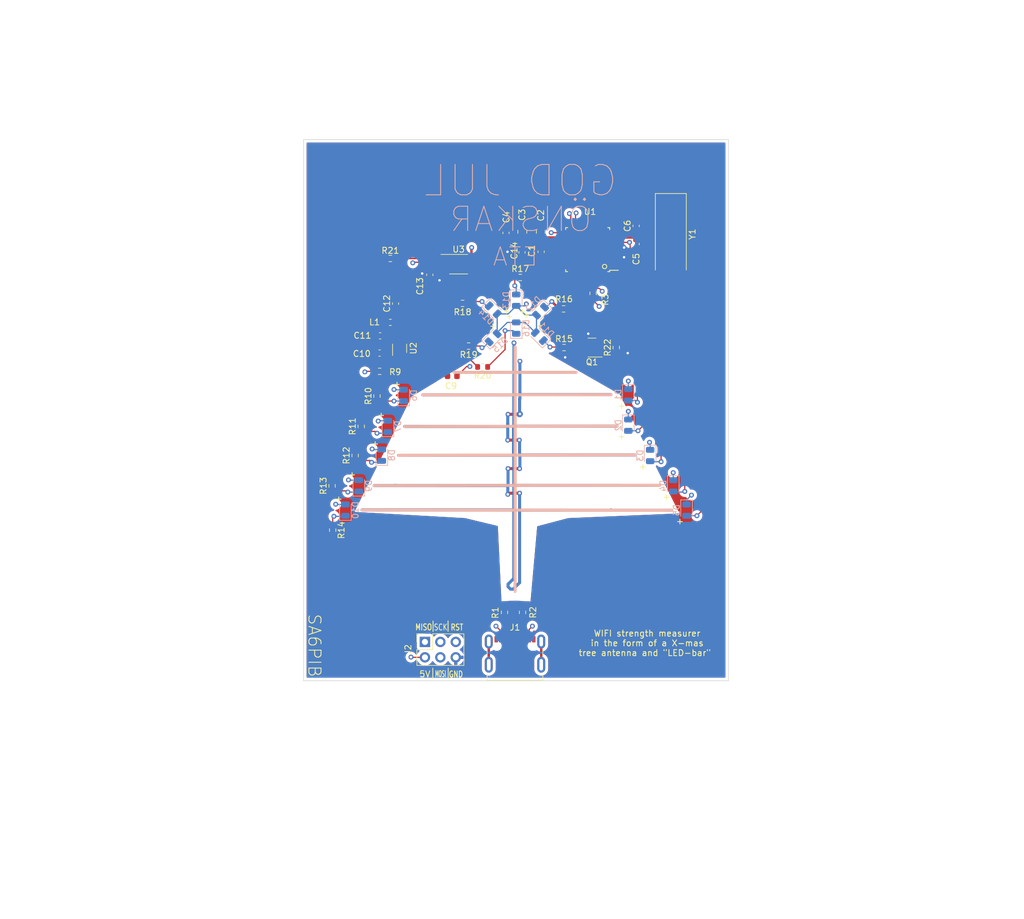
<source format=kicad_pcb>
(kicad_pcb (version 20211014) (generator pcbnew)
  (layers (0 "F.Cu" signal) (1 "In1.Cu" signal) (2 "In2.Cu" signal) (31 "B.Cu" signal) (34 "B.Paste" user) (35 "F.Paste" user) (36 "B.SilkS" user "B.Silkscreen") (37 "F.SilkS" user "F.Silkscreen") (38 "B.Mask" user) (39 "F.Mask" user) (44 "Edge.Cuts" user))
  (net 0 "")
  (net 1 "Net-(C1-Pad2)")
  (net 2 "+5V")
  (net 3 "Net-(C2-Pad2)")
  (net 4 "XTAL1")
  (net 5 "XTAL2")
  (net 6 "Net-(C9-Pad2)")
  (net 7 "Net-(D10-Pad1)")
  (net 8 "Net-(D10-Pad2)")
  (net 9 "Net-(C10-Pad1)")
  (net 10 "Net-(C12-Pad1)")
  (net 11 "Net-(C12-Pad2)")
  (net 12 "Net-(C13-Pad1)")
  (net 13 "D4")
  (net 14 "Net-(D2-Pad1)")
  (net 15 "D3")
  (net 16 "Net-(D3-Pad1)")
  (net 17 "D2")
  (net 18 "D1")
  (net 19 "D0")
  (net 20 "Net-(D6-Pad1)")
  (net 21 "Net-(D7-Pad1)")
  (net 22 "Net-(D8-Pad1)")
  (net 23 "Net-(D9-Pad1)")
  (net 24 "Net-(D11-Pad1)")
  (net 25 "Net-(D12-Pad1)")
  (net 26 "Net-(D13-Pad1)")
  (net 27 "Net-(D14-Pad1)")
  (net 28 "Net-(D15-Pad1)")
  (net 29 "Net-(D16-Pad1)")
  (net 30 "Net-(J1-PadA5)")
  (net 34 "Net-(J1-PadB5)")
  (net 38 "unconnected-(J1-PadS1)")
  (net 39 "MISO1")
  (net 40 "SCK1")
  (net 41 "MOSI1")
  (net 42 "RESET")
  (net 43 "D5")
  (net 51 "AnalogOutput")
  (net 52 "B1")
  (net 53 "C2")
  (net 54 "C3")
  (net 55 "C4")
  (net 56 "C5")
  (net 58 "Net-(D1-Pad1)")
  (net 59 "Net-(D4-Pad1)")
  (net 60 "Net-(Q1-Pad3)")
  (net 61 "GND")
  (footprint "Resistor_SMD:R_0603_1608Metric" (layer "F.Cu") (at 154.1 88.675 90)
    (fp_text reference "R10")
    (fp_text value "500")
  )
  (footprint "Resistor_SMD:R_0603_1608Metric" (layer "F.Cu") (at 146.7 103.475 90)
    (fp_text reference "R13")
    (fp_text value "500")
  )
  (footprint "Resistor_SMD:R_0603_1608Metric" (layer "F.Cu") (at 178.0756 124.33 90)
    (fp_text reference "R2")
    (fp_text value "5,1k")
  )
  (footprint "Package_TO_SOT_SMD:SOT-363_SC-70-6" (layer "F.Cu") (at 157.8306 80.7995 90)
    (fp_text reference "U2")
    (fp_text value "AVT-51663_PIB")
  )
  (footprint "Resistor_SMD:R_0603_1608Metric" (layer "F.Cu") (at 146.8 110.775 -90)
    (fp_text reference "R14")
    (fp_text value "500")
  )
  (footprint "Capacitor_SMD:C_0603_1608Metric" (layer "F.Cu") (at 175.3472 61.7866 90)
    (fp_text reference "C4")
    (fp_text value "0,1 uF")
  )
  (footprint "Resistor_SMD:R_0603_1608Metric" (layer "F.Cu") (at 171.5 83.875 180)
    (fp_text reference "R20")
    (fp_text value "500")
  )
  (footprint "Capacitor_SMD:C_0603_1608Metric" (layer "F.Cu") (at 181.1384 64.8984 90)
    (fp_text reference "C1")
    (fp_text value "0,1 uF")
  )
  (footprint "Capacitor_SMD:C_0603_1608Metric" (layer "F.Cu") (at 196.7848 60.6312 90)
    (fp_text reference "C6")
    (fp_text value "22p")
  )
  (footprint "Package_TO_SOT_SMD:SOT-23" (layer "F.Cu") (at 189.515 80.685 180)
    (fp_text reference "Q1")
    (fp_text value "IRLML2803TR")
  )
  (footprint "Capacitor_SMD:C_0805_2012Metric" (layer "F.Cu") (at 178.0396 61.5964 90)
    (fp_text reference "C3")
    (fp_text value "4,7 uF")
  )
  (footprint "Resistor_SMD:R_0603_1608Metric" (layer "F.Cu") (at 151.5 93.675 90)
    (fp_text reference "R11")
    (fp_text value "500")
  )
  (footprint "Capacitor_SMD:C_0603_1608Metric" (layer "F.Cu") (at 166.5 85.4 180)
    (fp_text reference "C9")
    (fp_text value "1 nF")
  )
  (footprint "Resistor_SMD:R_0603_1608Metric" (layer "F.Cu") (at 175.1064 124.3314 90)
    (fp_text reference "R1")
    (fp_text value "5,1k")
  )
  (footprint "Connector_USB:USB_C_Receptacle_JAE_DX07S016JA1R1500" (layer "F.Cu") (at 176.8336 131.8112)
    (fp_text reference "J1")
    (fp_text value "USB_C_Receptacle_USB2.0")
  )
  (footprint "Capacitor_SMD:C_0603_1608Metric" (layer "F.Cu") (at 196.7848 63.6284 90)
    (fp_text reference "C5")
    (fp_text value "22p")
  )
  (footprint "Capacitor_SMD:C_0805_2012Metric" (layer "F.Cu") (at 181.0876 61.5964 90)
    (fp_text reference "C2")
    (fp_text value "4,7 uF")
  )
  (footprint "Package_QFP:TQFP-32_7x7mm_P0.8mm" (layer "F.Cu") (at 188.8092 64.5428 180)
    (fp_text reference "U1")
    (fp_text value "ATmega88")
  )
  (footprint "Capacitor_SMD:C_0603_1608Metric" (layer "F.Cu") (at 154.6146 78.755 180)
    (fp_text reference "C11")
    (fp_text value "0,1 uF")
  )
  (footprint "Capacitor_SMD:C_0603_1608Metric" (layer "F.Cu") (at 177.9888 65 -90)
    (fp_text reference "C14")
    (fp_text value "0,01 uF")
  )
  (footprint "Capacitor_SMD:C_0603_1608Metric" (layer "F.Cu") (at 162.8 68.7 -90)
    (fp_text reference "C13")
    (fp_text value "C")
  )
  (footprint "Resistor_SMD:R_0603_1608Metric" (layer "F.Cu") (at 193.515 80.685 90)
    (fp_text reference "R22")
    (fp_text value "50")
  )
  (footprint "Resistor_SMD:R_0603_1608Metric" (layer "F.Cu") (at 184.915 80.685)
    (fp_text reference "R15")
    (fp_text value "500")
  )
  (footprint "Resistor_SMD:R_0603_1608Metric" (layer "F.Cu") (at 154.5396 84.6)
    (fp_text reference "R9")
    (fp_text value "30")
  )
  (footprint "Resistor_SMD:R_0603_1608Metric" (layer "F.Cu") (at 150.5 98.475 90)
    (fp_text reference "R12")
    (fp_text value "500")
  )
  (footprint "Resistor_SMD:R_0603_1608Metric" (layer "F.Cu") (at 189.7 71.7528 -90)
    (fp_text reference "R3")
    (fp_text value "10k")
  )
  (footprint "Resistor_SMD:R_0603_1608Metric" (layer "F.Cu") (at 156.3 66 180)
    (fp_text reference "R21")
    (fp_text value "50")
  )
  (footprint "Inductor_SMD:L_0603_1608Metric_Pad1.05x0.95mm_HandSolder" (layer "F.Cu") (at 156.2962 76.5353)
    (fp_text reference "L1")
    (fp_text value "28 nH")
  )
  (footprint "Capacitor_SMD:C_0603_1608Metric" (layer "F.Cu") (at 157.1598 73.4365 90)
    (fp_text reference "C12")
    (fp_text value "1 nF")
  )
  (footprint "Resistor_SMD:R_0603_1608Metric" (layer "F.Cu") (at 184.84 74.31)
    (fp_text reference "R16")
    (fp_text value "500")
  )
  (footprint "Connector_PinSocket_2.54mm:PinSocket_2x03_P2.54mm_Vertical" (layer "F.Cu") (at 162 129.2 90)
    (fp_text reference "J2")
    (fp_text value "Conn_02x03_Odd_Even")
  )
  (footprint "Crystal:Crystal_SMD_HC49-SD" (layer "F.Cu") (at 202.5 62.0028 -90)
    (fp_text reference "Y1")
    (fp_text value "16MHz")
  )
  (footprint "Resistor_SMD:R_0603_1608Metric" (layer "F.Cu") (at 169.2 80.435 180)
    (fp_text reference "R19")
    (fp_text value "500")
  )
  (footprint "Resistor_SMD:R_0603_1608Metric" (layer "F.Cu") (at 168.2 73.4 180)
    (fp_text reference "R18")
    (fp_text value "500")
  )
  (footprint "Package_SO:MSOP-8_3x3mm_P0.65mm" (layer "F.Cu") (at 167.5498 66.9474)
    (fp_text reference "U3")
    (fp_text value "MAX4003")
  )
  (footprint "Capacitor_SMD:C_0603_1608Metric" (layer "F.Cu") (at 154.5306 81.5899 180)
    (fp_text reference "C10")
    (fp_text value "100 pF")
  )
  (footprint "Resistor_SMD:R_0603_1608Metric" (layer "F.Cu") (at 177.7 69.135)
    (fp_text reference "R17")
    (fp_text value "500")
  )
  (footprint "LED_SMD:LED_0805_2012Metric" (layer "B.Cu") (at 173.237087 74.475 -45)
    (fp_text reference "D14")
    (fp_text value "LED")
  )
  (footprint "LED_SMD:LED_0805_2012Metric" (layer "B.Cu") (at 173.237087 79.075 45)
    (fp_text reference "D15")
    (fp_text value "LED")
  )
  (footprint "LED_SMD:LED_0805_2012Metric" (layer "B.Cu") (at 148.9 107.475 90)
    (fp_text reference "D10")
    (fp_text value "LED")
  )
  (footprint "LED_SMD:LED_0805_2012Metric" (layer "B.Cu") (at 180.837087 78.875 135)
    (fp_text reference "D11")
    (fp_text value "LED")
  )
  (footprint "LED_SMD:LED_0805_2012Metric" (layer "B.Cu") (at 195.5 93.475 -90)
    (fp_text reference "D2")
    (fp_text value "LED")
  )
  (footprint "LED_SMD:LED_0805_2012Metric" (layer "B.Cu") (at 177.037087 77.475 90)
    (fp_text reference "D16")
    (fp_text value "LED")
  )
  (footprint "LED_SMD:LED_0805_2012Metric" (layer "B.Cu") (at 155.9 93.675 90)
    (fp_text reference "D7")
    (fp_text value "LED")
  )
  (footprint "LED_SMD:LED_0805_2012Metric" (layer "B.Cu") (at 181.037087 74.675 -135)
    (fp_text reference "D12")
    (fp_text value "LED")
  )
  (footprint "LED_SMD:LED_0805_2012Metric" (layer "B.Cu") (at 177.037087 72.875 -90)
    (fp_text reference "D13")
    (fp_text value "LED")
  )
  (footprint "LED_SMD:LED_0805_2012Metric" (layer "B.Cu") (at 154.9 98.425 90)
    (fp_text reference "D8")
    (fp_text value "LED")
  )
  (footprint "LED_SMD:LED_0805_2012Metric" (layer "B.Cu") (at 195.5 88.475 -90)
    (fp_text reference "D1")
    (fp_text value "LED")
  )
  (footprint "LED_SMD:LED_0805_2012Metric" (layer "B.Cu") (at 151.1 103.475 90)
    (fp_text reference "D9")
    (fp_text value "LED")
  )
  (footprint "LED_SMD:LED_0805_2012Metric" (layer "B.Cu") (at 205.1 107.475 -90)
    (fp_text reference "D5")
    (fp_text value "LED")
  )
  (footprint "LED_SMD:LED_0805_2012Metric" (layer "B.Cu") (at 199.1 98.475 -90)
    (fp_text reference "D3")
    (fp_text value "LED")
  )
  (footprint "LED_SMD:LED_0805_2012Metric" (layer "B.Cu") (at 158.5 88.575 90)
    (fp_text reference "D6")
    (fp_text value "LED")
  )
  (footprint "LED_SMD:LED_0805_2012Metric" (layer "B.Cu") (at 202.9 103.475 -90)
    (fp_text reference "D4")
    (fp_text value "LED")
  )
  (gr_line (start 153.65 103.43) (end 200.65 103.38) (layer "B.SilkS") (width 0.5))
  (gr_line (start 158.67 93.69) (end 193.62 93.62) (layer "B.SilkS") (width 0.5))
  (gr_line (start 157.65 98.43) (end 196.61 98.38) (layer "B.SilkS") (width 0.5))
  (gr_line (start 161.67 88.49) (end 192.63 88.45) (layer "B.SilkS") (width 0.5))
  (gr_line (start 176.86 80.59) (end 176.85 120.86) (layer "B.SilkS") (width 0.5))
  (gr_line (start 166.795 84.77) (end 186.905 84.77) (layer "B.SilkS") (width 0.5))
  (gr_line (start 151.66 107.45) (end 202.64 107.5) (layer "B.SilkS") (width 0.5))
  (gr_line (start 163.29 133.54) (end 163.29 135.25) (layer "F.SilkS") (width 0.15))
  (gr_line (start 165.81 125.74) (end 165.81 127.45) (layer "F.SilkS") (width 0.15))
  (gr_circle (center 191.5942 67.3278) (end 191.2442 67.2778) (layer "F.SilkS") (width 0.15) (fill none))
  (gr_line (start 165.83 133.535) (end 165.83 135.245) (layer "F.SilkS") (width 0.15))
  (gr_line (start 163.34 125.76) (end 163.34 127.47) (layer "F.SilkS") (width 0.15))
  (gr_rect (start 142 46.4) (end 212 135.6) (layer "Edge.Cuts") (width 0.1) (fill none))
  (gr_text "ETA" (at 176.9 65.7) (layer "B.SilkS") (effects (font (size 3 3)) (justify mirror)))
  (gr_text "GOD JUL" (at 177.8 53.2) (layer "B.SilkS") (effects (font (size 5 5)) (justify mirror)))
  (gr_text "ÖNSKAR" (at 177.8 59.55) (layer "B.SilkS") (effects (font (size 4 4)) (justify mirror)))
  (gr_text "RST" (at 167.28 126.79) (layer "F.SilkS") (effects (font (size 1 0.75))))
  (gr_text "+" (at 157.4 86.7) (layer "F.SilkS") (effects (font (size 1 1))))
  (gr_text "+" (at 154.8 91.8) (layer "F.SilkS") (effects (font (size 1 1))))
  (gr_text "+" (at 175.9 75.5) (layer "F.SilkS") (effects (font (size 1 1))))
  (gr_text "+" (at 180.9 77) (layer "F.SilkS") (effects (font (size 1 1))))
  (gr_text "+" (at 153.8 96.5) (layer "F.SilkS") (effects (font (size 1 1))))
  (gr_text "+" (at 201.8 105.3) (layer "F.SilkS") (effects (font (size 1 1))))
  (gr_text "GND" (at 167.1 134.53) (layer "F.SilkS") (effects (font (size 1 0.75))))
  (gr_text "SA6PIB" (at 143.8 129.79 270) (layer "F.SilkS") (effects (font (size 2 2))))
  (gr_text "MOSI" (at 164.58 134.47) (layer "F.SilkS") (effects (font (size 1 0.5) (thickness 0.125))))
  (gr_text "+" (at 178.1 74.7) (layer "F.SilkS") (effects (font (size 1 1))))
  (gr_text "+" (at 194.4 90.3) (layer "F.SilkS") (effects (font (size 1 1))))
  (gr_text "+" (at 178.7 75.3) (layer "F.SilkS") (effects (font (size 1 1))))
  (gr_text "+" (at 197.9 100.3) (layer "F.SilkS") (effects (font (size 1 1))))
  (gr_text "+" (at 175.4 74.6) (layer "F.SilkS") (effects (font (size 1 1))))
  (gr_text "+" (at 173.2 77.1) (layer "F.SilkS") (effects (font (size 1 1))))
  (gr_text "+" (at 150 101.6) (layer "F.SilkS") (effects (font (size 1 1))))
  (gr_text "+" (at 204 109.3) (layer "F.SilkS") (effects (font (size 1 1))))
  (gr_text "WIFI strength measurer\nin the form of a X-mas\ntree antenna and {dblquote}LED-bar{dblquote} " (at 198.6 129.4) (layer "F.SilkS") (effects (font (size 1 1))))
  (gr_text "+" (at 147.8 105.6) (layer "F.SilkS") (effects (font (size 1 1))))
  (gr_text "SCK" (at 164.59 126.78) (layer "F.SilkS") (effects (font (size 1 0.75) (thickness 0.125))))
  (gr_text "MISO" (at 161.79 126.77) (layer "F.SilkS") (effects (font (size 1 0.75))))
  (gr_text "+" (at 194.4 95.3) (layer "F.SilkS") (effects (font (size 1 1))))
  (gr_text "5V" (at 161.99 134.5) (layer "F.SilkS") (effects (font (size 1 1))))
  (segment (start 184.5592 64.1428) (end 181.1578 64.1428) (width 0.4) (layer "F.Cu") (net 1))
  (segment (start 181.1578 64.1428) (end 181.1384 64.1234) (width 0.4) (layer "F.Cu") (net 1))
  (segment (start 179.1836 127.1164) (end 179.7 126.6) (width 0.2) (layer "F.Cu") (net 2))
  (segment (start 174.4836 127.3836) (end 173.7 126.6) (width 0.2) (layer "F.Cu") (net 2))
  (segment (start 195.8 63.4423) (end 195.8 64.4856) (width 0.2) (layer "F.Cu") (net 2))
  (segment (start 169.6623 65.9724) (end 169.6623 64.2377) (width 0.4) (layer "F.Cu") (net 2))
  (segment (start 159.74 131.74) (end 159.7 131.7) (width 0.2) (layer "F.Cu") (net 2))
  (segment (start 195.7 63.3423) (end 195.6995 63.3428) (width 0.2) (layer "F.Cu") (net 2))
  (segment (start 189.7 72.5778) (end 189.7 72.9) (width 0.2) (layer "F.Cu") (net 2))
  (segment (start 153.7146 84.6) (end 152.2 84.6) (width 0.2) (layer "F.Cu") (net 2))
  (segment (start 160.099814 66.6224) (end 159.997714 66.7245) (width 0.2) (layer "F.Cu") (net 2))
  (segment (start 175.3472 62.5616) (end 171.9364 65.9724) (width 0.4) (layer "F.Cu") (net 2))
  (segment (start 195.6995 63.3428) (end 193.0592 63.3428) (width 0.2) (layer "F.Cu") (net 2))
  (segment (start 165.4373 66.6224) (end 160.099814 66.6224) (width 0.2) (layer "F.Cu") (net 2))
  (segment (start 174.4836 128.7612) (end 174.4836 127.3836) (width 0.2) (layer "F.Cu") (net 2))
  (segment (start 195.8 64.4856) (end 195.3428 64.9428) (width 0.2) (layer "F.Cu") (net 2))
  (segment (start 195.3428 64.9428) (end 193.0592 64.9428) (width 0.2) (layer "F.Cu") (net 2))
  (segment (start 169.6623 64.2377) (end 169.7 64.2) (width 0.4) (layer "F.Cu") (net 2))
  (segment (start 181.0912 62.5428) (end 181.0876 62.5464) (width 0.4) (layer "F.Cu") (net 2))
  (segment (start 171.9364 65.9724) (end 169.6623 65.9724) (width 0.4) (layer "F.Cu") (net 2))
  (segment (start 177.9888 62.5972) (end 178.0396 62.5464) (width 0.4) (layer "F.Cu") (net 2))
  (segment (start 177.9888 64.225) (end 177.9888 62.5972) (width 0.4) (layer "F.Cu") (net 2))
  (segment (start 175.3624 62.5464) (end 175.3472 62.5616) (width 0.4) (layer "F.Cu") (net 2))
  (segment (start 184.5592 62.5428) (end 181.0912 62.5428) (width 0.4) (layer "F.Cu") (net 2))
  (segment (start 179.1836 128.7612) (end 179.1836 127.1164) (width 0.2) (layer "F.Cu") (net 2))
  (segment (start 162 131.74) (end 159.74 131.74) (width 0.2) (layer "F.Cu") (net 2))
  (segment (start 152.2 84.6) (end 152.1 84.7) (width 0.2) (layer "F.Cu") (net 2))
  (segment (start 189.7 72.9) (end 190.7 73.9) (width 0.2) (layer "F.Cu") (net 2))
  (segment (start 181.0876 62.5464) (end 178.0396 62.5464) (width 0.4) (layer "F.Cu") (net 2))
  (segment (start 178.0396 62.5464) (end 175.3624 62.5464) (width 0.4) (layer "F.Cu") (net 2))
  (segment (start 195.7 63.3423) (end 195.8 63.4423) (width 0.2) (layer "F.Cu") (net 2))
  (via (at 152.1 84.7) (size 0.8) (drill 0.4) (layers "F.Cu" "B.Cu") (net 2))
  (via (at 159.997714 66.7245) (size 0.8) (drill 0.4) (layers "F.Cu" "B.Cu") (net 2))
  (via (at 178.7 73.5) (size 0.8) (drill 0.4) (layers "F.Cu" "B.Cu") (net 2))
  (via (at 190.7 73.9) (size 0.8) (drill 0.4) (layers "F.Cu" "B.Cu") (net 2))
  (via (at 169.7 64.2) (size 0.8) (drill 0.4) (layers "F.Cu" "B.Cu") (net 2))
  (via (at 159.7 131.7) (size 0.8) (drill 0.4) (layers "F.Cu" "B.Cu") (net 2))
  (via (at 195.7 63.3423) (size 0.8) (drill 0.4) (layers "F.Cu" "B.Cu") (net 2))
  (via (at 173.7 126.6) (size 0.8) (drill 0.4) (layers "F.Cu" "B.Cu") (net 2))
  (via (at 179.7 126.6) (size 0.8) (drill 0.4) (layers "F.Cu" "B.Cu") (net 2))
  (segment (start 178.5625 75.337913) (end 180.374174 75.337913) (width 0.2) (layer "B.Cu") (net 2))
  (segment (start 173.9 78.412087) (end 173.9 78.21005) (width 0.2) (layer "B.Cu") (net 2))
  (segment (start 180.174174 78.212087) (end 178.499587 76.5375) (width 0.2) (layer "B.Cu") (net 2))
  (segment (start 178.499587 76.5375) (end 177.037087 76.5375) (width 0.2) (layer "B.Cu") (net 2))
  (segment (start 180.374174 75.337913) (end 180.374174 78.012087) (width 0.2) (layer "B.Cu") (net 2))
  (segment (start 173.9 78.412087) (end 173.9 75.137913) (width 0.2) (layer "B.Cu") (net 2))
  (segment (start 178.3875 73.8125) (end 178.7 73.5) (width 0.2) (layer "B.Cu") (net 2))
  (segment (start 177.037087 73.8125) (end 178.3875 73.8125) (width 0.2) (layer "B.Cu") (net 2))
  (segment (start 173.9 78.21005) (end 175.57255 76.5375) (width 0.2) (layer "B.Cu") (net 2))
  (segment (start 175.57255 76.5375) (end 177.037087 76.5375) (width 0.2) (layer "B.Cu") (net 2))
  (segment (start 173.9 75.137913) (end 175.711674 75.137913) (width 0.2) (layer "B.Cu") (net 2))
  (segment (start 177.037087 73.8125) (end 178.5625 75.337913) (width 0.2) (layer "B.Cu") (net 2))
  (segment (start 175.711674 75.137913) (end 177.037087 73.8125) (width 0.2) (layer "B.Cu") (net 2))
  (segment (start 180.374174 78.012087) (end 180.174174 78.212087) (width 0.2) (layer "B.Cu") (net 2))
  (segment (start 178.0396 60.6464) (end 175.7124 60.6464) (width 0.4) (layer "F.Cu") (net 3))
  (segment (start 181.0876 60.6464) (end 178.0396 60.6464) (width 0.4) (layer "F.Cu") (net 3))
  (segment (start 175.7124 60.6464) (end 175.3472 61.0116) (width 0.4) (layer "F.Cu") (net 3))
  (segment (start 200.1842 66.2528) (end 202.5 66.2528) (width 0.4) (layer "F.Cu") (net 4))
  (segment (start 196.4742 62.5428) (end 196.7848 62.8534) (width 0.4) (layer "F.Cu") (net 4))
  (segment (start 193.0592 62.5428) (end 196.4742 62.5428) (width 0.4) (layer "F.Cu") (net 4))
  (segment (start 196.7848 62.8534) (end 200.1842 66.2528) (width 0.4) (layer "F.Cu") (net 4))
  (segment (start 196.7848 61.4062) (end 200.4382 57.7528) (width 0.4) (layer "F.Cu") (net 5))
  (segment (start 196.4482 61.7428) (end 196.7848 61.4062) (width 0.4) (layer "F.Cu") (net 5))
  (segment (start 193.0592 61.7428) (end 196.4482 61.7428) (width 0.4) (layer "F.Cu") (net 5))
  (segment (start 200.4382 57.7528) (end 202.5 57.7528) (width 0.4) (layer "F.Cu") (net 5))
  (segment (start 161.3596 85.4) (end 158.4806 82.521) (width 0.25) (layer "F.Cu") (net 6))
  (segment (start 165.725 85.4) (end 161.3596 85.4) (width 0.25) (layer "F.Cu") (net 6))
  (segment (start 158.4806 82.521) (end 158.4806 81.7495) (width 0.25) (layer "F.Cu") (net 6))
  (segment (start 146.8 109.95) (end 146.8 108.7) (width 0.2) (layer "F.Cu") (net 7))
  (segment (start 146.8 108.7) (end 147 108.5) (width 0.2) (layer "F.Cu") (net 7))
  (via (at 147 108.5) (size 0.8) (drill 0.4) (layers "F.Cu" "B.Cu") (net 7))
  (segment (start 147 108.5) (end 148.8125 108.5) (width 0.2) (layer "B.Cu") (net 7))
  (segment (start 148.8125 108.5) (end 148.9 108.4125) (width 0.2) (layer "B.Cu") (net 7))
  (via (at 205.9 105) (size 0.8) (drill 0.4) (layers "F.Cu" "B.Cu") (net 8))
  (via (at 147.3 106.5) (size 0.8) (drill 0.4) (layers "F.Cu" "B.Cu") (net 8))
  (segment (start 147.3375 106.5375) (end 147.3 106.5) (width 0.2) (layer "B.Cu") (net 8))
  (segment (start 148.9 106.5375) (end 147.3375 106.5375) (width 0.2) (layer "B.Cu") (net 8))
  (segment (start 205.1 106.5375) (end 205.1 105.8) (width 0.2) (layer "B.Cu") (net 8))
  (segment (start 205.1 105.8) (end 205.9 105) (width 0.2) (layer "B.Cu") (net 8))
  (segment (start 155.4212 78.7234) (end 155.3896 78.755) (width 0.25) (layer "F.Cu") (net 9))
  (segment (start 155.4212 76.5353) (end 155.4212 78.7234) (width 0.25) (layer "F.Cu") (net 9))
  (segment (start 155.3056 81.5899) (end 155.3056 84.541) (width 0.25) (layer "F.Cu") (net 9))
  (segment (start 155.3056 84.541) (end 155.3646 84.6) (width 0.25) (layer "F.Cu") (net 9))
  (segment (start 155.3896 78.755) (end 155.3056 78.839) (width 0.25) (layer "F.Cu") (net 9))
  (segment (start 155.3056 78.839) (end 155.3056 81.5899) (width 0.25) (layer "F.Cu") (net 9))
  (segment (start 157.1806 79.8495) (end 157.1806 76.5447) (width 0.25) (layer "F.Cu") (net 10))
  (segment (start 157.1806 76.5447) (end 157.1712 76.5353) (width 0.25) (layer "F.Cu") (net 10))
  (segment (start 157.1598 74.2115) (end 157.1598 76.5239) (width 0.25) (layer "F.Cu") (net 10))
  (segment (start 157.1598 76.5239) (end 157.1712 76.5353) (width 0.25) (layer "F.Cu") (net 10))
  (segment (start 157.1598 72.6615) (end 157.1598 66.0348) (width 0.25) (layer "F.Cu") (net 11))
  (segment (start 157.1598 72.6615) (end 157.125 72.6267) (width 0.25) (layer "F.Cu") (net 11))
  (segment (start 157.1598 66.0348) (end 157.125 66) (width 0.25) (layer "F.Cu") (net 11))
  (segment (start 157.125 66) (end 165.4097 66) (width 0.25) (layer "F.Cu") (net 11))
  (segment (start 165.4097 66) (end 165.4373 65.9724) (width 0.25) (layer "F.Cu") (net 11))
  (segment (start 165.4347 67.925) (end 165.4373 67.9224) (width 0.25) (layer "F.Cu") (net 12))
  (segment (start 162.8 67.925) (end 165.4347 67.925) (width 0.25) (layer "F.Cu") (net 12))
  (segment (start 193.0592 66.5428) (end 193.1942 66.6778) (width 0.2) (layer "F.Cu") (net 13))
  (via (at 195.5 91.2) (size 0.8) (drill 0.4) (layers "F.Cu" "B.Cu") (net 14))
  (via (at 154.3 92.8) (size 0.8) (drill 0.4) (layers "F.Cu" "B.Cu") (net 14))
  (segment (start 155.9 92.7375) (end 154.3625 92.7375) (width 0.2) (layer "B.Cu") (net 14))
  (segment (start 195.5 92.5375) (end 195.5 91.2) (width 0.2) (layer "B.Cu") (net 14))
  (segment (start 154.3625 92.7375) (end 154.3 92.8) (width 0.2) (layer "B.Cu") (net 14))
  (segment (start 207.4 107.8) (end 206.8 108.4) (width 0.2) (layer "F.Cu") (net 15))
  (segment (start 193.0592 67.3428) (end 193.8428 67.3428) (width 0.2) (layer "F.Cu") (net 15))
  (segment (start 207.4 80.9) (end 207.4 107.8) (width 0.2) (layer "F.Cu") (net 15))
  (segment (start 193.8428 67.3428) (end 207.4 80.9) (width 0.2) (layer "F.Cu") (net 15))
  (via (at 206.8 108.4) (size 0.8) (drill 0.4) (layers "F.Cu" "B.Cu") (net 15))
  (segment (start 205.1125 108.4) (end 205.1 108.4125) (width 0.2) (layer "B.Cu") (net 15))
  (segment (start 206.8 108.4) (end 205.1125 108.4) (width 0.2) (layer "B.Cu") (net 15))
  (via (at 199 96.3) (size 0.8) (drill 0.4) (layers "F.Cu" "B.Cu") (net 16))
  (via (at 153.3 97.4) (size 0.8) (drill 0.4) (layers "F.Cu" "B.Cu") (net 16))
  (segment (start 154.9 97.4875) (end 153.3875 97.4875) (width 0.2) (layer "B.Cu") (net 16))
  (segment (start 153.3875 97.4875) (end 153.3 97.4) (width 0.2) (layer "B.Cu") (net 16))
  (segment (start 199.1 96.4) (end 199 96.3) (width 0.2) (layer "B.Cu") (net 16))
  (segment (start 199.1 97.5375) (end 199.1 96.4) (width 0.2) (layer "B.Cu") (net 16))
  (segment (start 154.8875 97.5) (end 154.9 97.4875) (width 0.2) (layer "B.Cu") (net 16))
  (segment (start 191.6092 68.7928) (end 191.6092 69.6678) (width 0.2) (layer "F.Cu") (net 17))
  (segment (start 204.7995 82.8581) (end 204.7995 104.4) (width 0.2) (layer "F.Cu") (net 17))
  (segment (start 191.6092 69.6678) (end 204.7995 82.8581) (width 0.2) (layer "F.Cu") (net 17))
  (via (at 204.7995 104.4) (size 0.8) (drill 0.4) (layers "F.Cu" "B.Cu") (net 17))
  (segment (start 204.7995 104.4) (end 204.6995 104.5) (width 0.2) (layer "B.Cu") (net 17))
  (segment (start 204.6995 104.5) (end 202.9875 104.5) (width 0.2) (layer "B.Cu") (net 17))
  (segment (start 202.9875 104.5) (end 202.9 104.4125) (width 0.2) (layer "B.Cu") (net 17))
  (segment (start 154.1 89.5) (end 156.9 89.5) (width 0.2) (layer "F.Cu") (net 20))
  (via (at 156.9 89.5) (size 0.8) (drill 0.4) (layers "F.Cu" "B.Cu") (net 20))
  (segment (start 158.4875 89.5) (end 158.5 89.5125) (width 0.2) (layer "B.Cu") (net 20))
  (segment (start 156.9 89.5) (end 158.4875 89.5) (width 0.2) (layer "B.Cu") (net 20))
  (segment (start 151.5 94.5) (end 153.8 94.5) (width 0.2) (layer "F.Cu") (net 21))
  (segment (start 153.8 94.5) (end 154.1 94.8) (width 0.2) (layer "F.Cu") (net 21))
  (via (at 154.1 94.8) (size 0.8) (drill 0.4) (layers "F.Cu" "B.Cu") (net 21))
  (segment (start 155.7125 94.8) (end 155.9 94.6125) (width 0.2) (layer "B.Cu") (net 21))
  (segment (start 154.1 94.8) (end 155.7125 94.8) (width 0.2) (layer "B.Cu") (net 21))
  (segment (start 150.5 99.3) (end 152.9 99.3) (width 0.2) (layer "F.Cu") (net 22))
  (segment (start 152.9 99.3) (end 153.2 99.6) (width 0.2) (layer "F.Cu") (net 22))
  (via (at 153.2 99.6) (size 0.8) (drill 0.4) (layers "F.Cu" "B.Cu") (net 22))
  (segment (start 153.2 99.6) (end 154.6625 99.6) (width 0.2) (layer "B.Cu") (net 22))
  (segment (start 154.6625 99.6) (end 154.9 99.3625) (width 0.2) (layer "B.Cu") (net 22))
  (segment (start 146.7 104.3) (end 149.1 104.3) (width 0.2) (layer "F.Cu") (net 23))
  (segment (start 149.1 104.3) (end 149.3 104.5) (width 0.2) (layer "F.Cu") (net 23))
  (via (at 149.3 104.5) (size 0.8) (drill 0.4) (layers "F.Cu" "B.Cu") (net 23))
  (segment (start 151.0125 104.5) (end 151.1 104.4125) (width 0.2) (layer "B.Cu") (net 23))
  (segment (start 149.3 104.5) (end 151.0125 104.5) (width 0.2) (layer "B.Cu") (net 23))
  (segment (start 184.065 80.71) (end 184.09 80.685) (width 0.4) (layer "F.Cu") (net 24))
  (segment (start 182.6 80.6) (end 184.005 80.6) (width 0.2) (layer "F.Cu") (net 24))
  (segment (start 184.005 80.6) (end 184.09 80.685) (width 0.2) (layer "F.Cu") (net 24))
  (via (at 182.6 80.6) (size 0.8) (drill 0.4) (layers "F.Cu" "B.Cu") (net 24))
  (segment (start 181.5 79.537913) (end 181.537913 79.537913) (width 0.2) (layer "B.Cu") (net 24))
  (segment (start 181.537913 79.537913) (end 182.6 80.6) (width 0.2) (layer "B.Cu") (net 24))
  (segment (start 184.015 74.31) (end 184.015 74.215) (width 0.4) (layer "F.Cu") (net 25))
  (segment (start 183.965 74.36) (end 184.015 74.31) (width 0.4) (layer "F.Cu") (net 25))
  (segment (start 183.94 74.385) (end 184.015 74.31) (width 0.4) (layer "F.Cu") (net 25))
  (segment (start 184.015 74.215) (end 182.9 73.1) (width 0.4) (layer "F.Cu") (net 25))
  (via (at 182.9 73.1) (size 0.8) (drill 0.4) (layers "F.Cu" "B.Cu") (net 25))
  (segment (start 181.7 74.012087) (end 181.987913 74.012087) (width 0.2) (layer "B.Cu") (net 25))
  (segment (start 181.987913 74.012087) (end 182.9 73.1) (width 0.2) (layer "B.Cu") (net 25))
  (segment (start 176.8 70.5) (end 176.8 69.21) (width 0.2) (layer "F.Cu") (net 26))
  (segment (start 176.8 69.21) (end 176.875 69.135) (width 0.2) (layer "F.Cu") (net 26))
  (via (at 176.8 70.5) (size 0.8) (drill 0.4) (layers "F.Cu" "B.Cu") (net 26))
  (segment (start 177.037087 70.737087) (end 176.8 70.5) (width 0.2) (layer "B.Cu") (net 26))
  (segment (start 177.037087 71.9375) (end 177.037087 70.737087) (width 0.2) (layer "B.Cu") (net 26))
  (segment (start 169.325 73.1) (end 169.025 73.4) (width 0.2) (layer "F.Cu") (net 27))
  (segment (start 171.4 73.1) (end 169.325 73.1) (width 0.2) (layer "F.Cu") (net 27))
  (via (at 171.4 73.1) (size 0.8) (drill 0.4) (layers "F.Cu" "B.Cu") (net 27))
  (segment (start 172.574174 73.812087) (end 172.112087 73.812087) (width 0.2) (layer "B.Cu") (net 27))
  (segment (start 172.112087 73.812087) (end 171.4 73.1) (width 0.2) (layer "B.Cu") (net 27))
  (segment (start 170.025 80.435) (end 171.135 80.435) (width 0.2) (layer "F.Cu") (net 28))
  (segment (start 171.135 80.435) (end 171.4 80.7) (width 0.2) (layer "F.Cu") (net 28))
  (via (at 171.4 80.7) (size 0.8) (drill 0.4) (layers "F.Cu" "B.Cu") (net 28))
  (segment (start 171.612087 80.7) (end 172.574174 79.737913) (width 0.2) (layer "B.Cu") (net 28))
  (segment (start 171.4 80.7) (end 171.612087 80.7) (width 0.2) (layer "B.Cu") (net 28))
  (segment (start 175.2 81) (end 175.2 77.9) (width 0.2) (layer "F.Cu") (net 29))
  (segment (start 172.325 83.875) (end 175.2 81) (width 0.2) (layer "F.Cu") (net 29))
  (via (at 175.2 77.9) (size 0.8) (drill 0.4) (layers "F.Cu" "B.Cu") (net 29))
  (segment (start 176.524587 77.9) (end 177.037087 78.4125) (width 0.2) (layer "B.Cu") (net 29))
  (segment (start 175.2 77.9) (end 176.524587 77.9) (width 0.2) (layer "B.Cu") (net 29))
  (segment (start 175.1064 125.1564) (end 175.0836 125.1792) (width 0.25) (layer "F.Cu") (net 30))
  (segment (start 175.0836 125.1792) (end 175.0836 128.7612) (width 0.25) (layer "F.Cu") (net 30))
  (segment (start 178.0836 127.524) (end 178.0836 128.7612) (width 0.25) (layer "F.Cu") (net 34))
  (segment (start 178.0756 125.155) (end 178.0756 127.516) (width 0.25) (layer "F.Cu") (net 34))
  (segment (start 178.0756 127.516) (end 178.0836 127.524) (width 0.25) (layer "F.Cu") (net 34))
  (segment (start 181.1536 131.0464) (end 181.1536 132.9612) (width 0.4) (layer "F.Cu") (net 38))
  (segment (start 172.5136 130.9864) (end 181.0936 130.9864) (width 0.4) (layer "F.Cu") (net 38))
  (segment (start 172.5136 130.9864) (end 172.5136 132.9612) (width 0.4) (layer "F.Cu") (net 38))
  (segment (start 181.0936 130.9864) (end 181.1536 131.0464) (width 0.4) (layer "F.Cu") (net 38))
  (segment (start 181.1536 129.1362) (end 181.1536 131.0464) (width 0.4) (layer "F.Cu") (net 38))
  (segment (start 172.5136 129.1362) (end 172.5136 130.9864) (width 0.4) (layer "F.Cu") (net 38))
  (segment (start 186.0092 58.8092) (end 185.8 58.6) (width 0.2) (layer "F.Cu") (net 39))
  (segment (start 186.0092 60.2928) (end 186.0092 58.8092) (width 0.2) (layer "F.Cu") (net 39))
  (via (at 185.8 58.6) (size 0.8) (drill 0.4) (layers "F.Cu" "B.Cu") (net 39))
  (segment (start 182.8 61.7433) (end 184.5587 61.7433) (width 0.2) (layer "F.Cu") (net 40))
  (segment (start 184.5587 61.7433) (end 184.5592 61.7428) (width 0.2) (layer "F.Cu") (net 40))
  (via (at 182.8 61.7433) (size 0.8) (drill 0.4) (layers "F.Cu" "B.Cu") (net 40))
  (segment (start 186.8092 58.5908) (end 186.9 58.5) (width 0.2) (layer "F.Cu") (net 41))
  (segment (start 186.8092 60.2928) (end 186.8092 58.5908) (width 0.2) (layer "F.Cu") (net 41))
  (via (at 186.9 58.5) (size 0.8) (drill 0.4) (layers "F.Cu" "B.Cu") (net 41))
  (segment (start 189.2092 68.7928) (end 189.2092 70.437) (width 0.2) (layer "F.Cu") (net 42))
  (segment (start 189.2092 70.437) (end 189.7 70.9278) (width 0.2) (layer "F.Cu") (net 42))
  (segment (start 189.7 70.9278) (end 190.7278 70.9278) (width 0.2) (layer "F.Cu") (net 42))
  (segment (start 190.7278 70.9278) (end 191.2 71.4) (width 0.2) (layer "F.Cu") (net 42))
  (via (at 191.2 71.4) (size 0.8) (drill 0.4) (layers "F.Cu" "B.Cu") (net 42))
  (segment (start 169.7419 66.5428) (end 184.5592 66.5428) (width 0.2) (layer "F.Cu") (net 51))
  (segment (start 169.6623 66.6224) (end 169.7419 66.5428) (width 0.2) (layer "F.Cu") (net 51))
  (segment (start 192.235 79.697893) (end 192.235 81.635) (width 0.2) (layer "F.Cu") (net 53))
  (segment (start 186.0092 73.472093) (end 192.235 79.697893) (width 0.2) (layer "F.Cu") (net 53))
  (segment (start 186.0092 68.7928) (end 186.0092 73.472093) (width 0.2) (layer "F.Cu") (net 53))
  (segment (start 190.4525 81.635) (end 192.235 81.635) (width 0.4) (layer "F.Cu") (net 53))
  (segment (start 193.39 81.635) (end 193.515 81.51) (width 0.4) (layer "F.Cu") (net 53))
  (segment (start 192.235 81.635) (end 193.39 81.635) (width 0.4) (layer "F.Cu") (net 53))
  (segment (start 186.8092 72.840571) (end 192.268629 78.3) (width 0.2) (layer "F.Cu") (net 54))
  (segment (start 186.8092 68.7928) (end 186.8092 72.840571) (width 0.2) (layer "F.Cu") (net 54))
  (segment (start 197 81.265686) (end 197 89.7) (width 0.2) (layer "F.Cu") (net 54))
  (segment (start 194.034314 78.3) (end 197 81.265686) (width 0.2) (layer "F.Cu") (net 54))
  (segment (start 192.268629 78.3) (end 194.034314 78.3) (width 0.2) (layer "F.Cu") (net 54))
  (via (at 197 89.7) (size 0.8) (drill 0.4) (layers "F.Cu" "B.Cu") (net 54))
  (segment (start 196.7125 89.4125) (end 197 89.7) (width 0.2) (layer "B.Cu") (net 54))
  (segment (start 195.5 89.4125) (end 196.7125 89.4125) (width 0.2) (layer "B.Cu") (net 54))
  (segment (start 195.6875 89.6) (end 195.5 89.4125) (width 0.2) (layer "B.Cu") (net 54))
  (segment (start 198.8 82.5) (end 198.8 92.7) (width 0.2) (layer "F.Cu") (net 55))
  (segment (start 192.434315 77.9) (end 194.2 77.9) (width 0.2) (layer "F.Cu") (net 55))
  (segment (start 198.8 92.7) (end 197.1 94.4) (width 0.2) (layer "F.Cu") (net 55))
  (segment (start 187.6092 68.7928) (end 187.6092 73.074886) (width 0.2) (layer "F.Cu") (net 55))
  (segment (start 194.2 77.9) (end 198.8 82.5) (width 0.2) (layer "F.Cu") (net 55))
  (segment (start 187.6092 73.074886) (end 192.434315 77.9) (width 0.2) (layer "F.Cu") (net 55))
  (via (at 197.1 94.4) (size 0.8) (drill 0.4) (layers "F.Cu" "B.Cu") (net 55))
  (segment (start 197.1 94.4) (end 195.5125 94.4) (width 0.2) (layer "B.Cu") (net 55))
  (segment (start 195.5125 94.4) (end 195.5 94.4125) (width 0.2) (layer "B.Cu") (net 55))
  (segment (start 195.5875 94.5) (end 195.5 94.4125) (width 0.2) (layer "B.Cu") (net 55))
  (segment (start 192.6 77.5) (end 194.365686 77.5) (width 0.2) (layer "F.Cu") (net 56))
  (segment (start 194.365686 77.5) (end 200.9 84.034314) (width 0.2) (layer "F.Cu") (net 56))
  (segment (start 188.4092 73.3092) (end 192.6 77.5) (width 0.2) (layer "F.Cu") (net 56))
  (segment (start 200.9 84.034314) (end 200.9 99.5) (width 0.2) (layer "F.Cu") (net 56))
  (segment (start 188.4092 68.7928) (end 188.4092 73.3092) (width 0.2) (layer "F.Cu") (net 56))
  (via (at 200.9 99.5) (size 0.8) (drill 0.4) (layers "F.Cu" "B.Cu") (net 56))
  (segment (start 199.1875 99.5) (end 199.1 99.4125) (width 0.2) (layer "B.Cu") (net 56))
  (segment (start 200.9 99.5) (end 199.1875 99.5) (width 0.2) (layer "B.Cu") (net 56))
  (via (at 195.5 86.2) (size 0.8) (drill 0.4) (layers "F.Cu" "B.Cu") (net 58))
  (via (at 156.9 87.6) (size 0.8) (drill 0.4) (layers "F.Cu" "B.Cu") (net 58))
  (segment (start 156.9375 87.6375) (end 156.9 87.6) (width 0.2) (layer "B.Cu") (net 58))
  (segment (start 195.5 87.5375) (end 195.5 86.2) (width 0.2) (layer "B.Cu") (net 58))
  (segment (start 158.5 87.6375) (end 156.9375 87.6375) (width 0.2) (layer "B.Cu") (net 58))
  (via (at 202.9 101.3) (size 0.8) (drill 0.4) (layers "F.Cu" "B.Cu") (net 59))
  (via (at 149.4 102.5) (size 0.8) (drill 0.4) (layers "F.Cu" "B.Cu") (net 59))
  (segment (start 151.1 102.5375) (end 149.4375 102.5375) (width 0.2) (layer "B.Cu") (net 59))
  (segment (start 202.9 102.5375) (end 202.9 101.3) (width 0.2) (layer "B.Cu") (net 59))
  (segment (start 149.4375 102.5375) (end 149.4 102.5) (width 0.2) (layer "B.Cu") (net 59))
  (segment (start 177.75 68.36) (end 178.525 69.135) (width 0.2) (layer "F.Cu") (net 60))
  (segment (start 185.74 74.385) (end 185.665 74.31) (width 0.4) (layer "F.Cu") (net 60))
  (segment (start 168.375 81.575) (end 170.675 83.875) (width 0.2) (layer "F.Cu") (net 60))
  (segment (start 185.74 80.685) (end 185.74 74.385) (width 0.4) (layer "F.Cu") (net 60))
  (segment (start 168.375 80.435) (end 168.375 81.575) (width 0.2) (layer "F.Cu") (net 60))
  (segment (start 167.375 73.4) (end 172.415 68.36) (width 0.2) (layer "F.Cu") (net 60))
  (segment (start 180.49 69.135) (end 185.665 74.31) (width 0.2) (layer "F.Cu") (net 60))
  (segment (start 172.415 68.36) (end 177.75 68.36) (width 0.2) (layer "F.Cu") (net 60))
  (segment (start 168.375 80.435) (end 168.375 74.4) (width 0.2) (layer "F.Cu") (net 60))
  (segment (start 168.375 74.4) (end 167.375 73.4) (width 0.2) (layer "F.Cu") (net 60))
  (segment (start 178.525 69.135) (end 180.49 69.135) (width 0.2) (layer "F.Cu") (net 60))
  (segment (start 185.74 80.685) (end 188.5775 80.685) (width 0.4) (layer "F.Cu") (net 60))
  (segment (start 177.9888 65.775) (end 176.475 65.775) (width 0.2) (layer "F.Cu") (net 61))
  (segment (start 177.59 100.635) (end 175.69 100.635) (width 0.5) (layer "F.Cu") (net 61))
  (segment (start 193.0592 65.7428) (end 194.7428 65.7428) (width 0.2) (layer "F.Cu") (net 61))
  (segment (start 161.543363 67.964175) (end 162.332538 67.175) (width 0.2) (layer "F.Cu") (net 61))
  (segment (start 190.4525 79.735) (end 190.235 79.735) (width 0.2) (layer "F.Cu") (net 61))
  (segment (start 177.59 104.685) (end 175.84 104.685) (width 0.5) (layer "F.Cu") (net 61))
  (segment (start 181.869 64.9428) (end 181.1384 65.6734) (width 0.2) (layer "F.Cu") (net 61))
  (segment (start 179.9336 128.7612) (end 179.9336 127.4664) (width 0.2) (layer "F.Cu") (net 61))
  (segment (start 193.0592 64.1428) (end 194.7428 64.1428) (width 0.2) (layer "F.Cu") (net 61))
  (segment (start 184.5592 64.9428) (end 181.869 64.9428) (width 0.2) (layer "F.Cu") (net 61))
  (segment (start 164.275 69.475) (end 164.4 69.6) (width 0.2) (layer "F.Cu") (net 61))
  (segment (start 165.3399 67.175) (end 165.4373 67.2724) (width 0.2) (layer "F.Cu") (net 61))
  (segment (start 175.69 91.685) (end 177.59 91.685) (width 0.5) (layer "F.Cu") (net 61))
  (segment (start 193.66 79.86) (end 195.4 81.6) (width 0.2) (layer "F.Cu") (net 61))
  (segment (start 194.7428 65.7428) (end 194.8 65.8) (width 0.2) (layer "F.Cu") (net 61))
  (segment (start 179.9336 127.4664) (end 180 127.4) (width 0.2) (layer "F.Cu") (net 61))
  (segment (start 162.8 69.475) (end 164.275 69.475) (width 0.2) (layer "F.Cu") (net 61))
  (segment (start 176.475 65.775) (end 175.6 64.9) (width 0.2) (layer "F.Cu") (net 61))
  (segment (start 173.7336 128.7612) (end 173.7336 127.6336) (width 0.2) (layer "F.Cu") (net 61))
  (segment (start 162.332538 67.175) (end 165.3399 67.175) (width 0.2) (layer "F.Cu") (net 61))
  (segment (start 169.4 83.8) (end 168.875 83.8) (width 0.2) (layer "F.Cu") (net 61))
  (segment (start 177.59 91.685) (end 177.64 91.635) (width 0.5) (layer "F.Cu") (net 61))
  (segment (start 190.235 79.735) (end 188.9 78.4) (width 0.2) (layer "F.Cu") (net 61))
  (segment (start 168.875 83.8) (end 167.275 85.4) (width 0.2) (layer "F.Cu") (net 61))
  (segment (start 177.54 95.935) (end 175.64 95.935) (width 0.5) (layer "F.Cu") (net 61))
  (segment (start 175.84 104.685) (end 175.65 104.875) (width 0.5) (layer "F.Cu") (net 61))
  (segment (start 161.543363 68.477252) (end 161.543363 67.964175) (width 0.2) (layer "F.Cu") (net 61))
  (segment (start 194.7428 64.1428) (end 194.8 64.2) (width 0.2) (layer "F.Cu") (net 61))
  (segment (start 193.515 79.86) (end 193.66 79.86) (width 0.2) (layer "F.Cu") (net 61))
  (segment (start 173.7336 127.6336) (end 173.7 127.6) (width 0.2) (layer "F.Cu") (net 61))
  (via (at 175.69 100.635) (size 0.8) (drill 0.4) (layers "F.Cu" "B.Cu") (net 61))
  (via (at 175.69 91.685) (size 0.8) (drill 0.4) (layers "F.Cu" "B.Cu") (net 61))
  (via (at 175.64 95.935) (size 0.8) (drill 0.4) (layers "F.Cu" "B.Cu") (net 61))
  (via (at 161.543363 68.477252) (size 0.8) (drill 0.4) (layers "F.Cu" "B.Cu") (net 61))
  (via (at 177.59 100.635) (size 0.8) (drill 0.4) (layers "F.Cu" "B.Cu") (net 61))
  (via (at 175.6 64.9) (size 0.8) (drill 0.4) (layers "F.Cu" "B.Cu") (net 61))
  (via (at 194.8 65.8) (size 0.8) (drill 0.4) (layers "F.Cu" "B.Cu") (net 61))
  (via (at 194.8 64.2) (size 0.8) (drill 0.4) (layers "F.Cu" "B.Cu") (net 61))
  (via (at 175.65 104.875) (size 0.8) (drill 0.4) (layers "F.Cu" "B.Cu") (net 61))
  (via (at 185.1 82.3) (size 0.8) (drill 0.4) (layers "F.Cu" "B.Cu") (net 61))
  (via (at 177.64 91.635) (size 0.8) (drill 0.4) (layers "F.Cu" "B.Cu") (net 61))
  (via (at 177.59 104.685) (size 0.8) (drill 0.4) (layers "F.Cu" "B.Cu") (net 61))
  (via (at 164.4 69.6) (size 0.8) (drill 0.4) (layers "F.Cu" "B.Cu") (net 61))
  (via (at 195.4 81.6) (size 0.8) (drill 0.4) (layers "F.Cu" "B.Cu") (net 61))
  (via (at 177.54 95.935) (size 0.8) (drill 0.4) (layers "F.Cu" "B.Cu") (net 61))
  (via (at 177.64 82.935) (size 0.8) (drill 0.4) (layers "F.Cu" "B.Cu") (net 61))
  (via (at 188.9 78.4) (size 0.8) (drill 0.4) (layers "F.Cu" "B.Cu") (net 61))
  (via (at 169.4 83.8) (size 0.8) (drill 0.4) (layers "F.Cu" "B.Cu") (net 61))
  (via (at 176.665 79.91) (size 0.8) (drill 0.4) (layers "F.Cu" "B.Cu") (net 61))
  (segment (start 175.69 119.685) (end 175.69 120.0905) (width 0.5) (layer "B.Cu") (net 61))
  (segment (start 176.64 88.485) (end 161.64 88.485) (width 0.5) (layer "B.Cu") (net 61))
  (segment (start 177.59 98.385) (end 177.59 95.985) (width 0.5) (layer "B.Cu") (net 61))
  (segment (start 176.64 96.749949) (end 176.59 96.699949) (width 0.5) (layer "B.Cu") (net 61))
  (segment (start 176.64 98.435) (end 157.64 98.435) (width 0.5) (layer "B.Cu") (net 61))
  (segment (start 176.59 93.685) (end 176.64 93.635) (width 0.5) (layer "B.Cu") (net 61))
  (segment (start 176.64 94.935) (end 176.64 88.435) (width 0.5) (layer "B.Cu") (net 61))
  (segment (start 176.64 118.735) (end 176.64 107.435) (width 0.5) (layer "B.Cu") (net 61))
  (segment (start 176.59 98.435) (end 176.59 93.935) (width 0.5) (layer "B.Cu") (net 61))
  (segment (start 177.64 91.635) (end 177.59 91.685) (width 1) (layer "B.Cu") (net 61))
  (segment (start 176.64 107.435) (end 176.64 103.435) (width 0.5) (layer "B.Cu") (net 61))
  (segment (start 175.64 93.685) (end 175.64 91.735) (width 0.5) (layer "B.Cu") (net 61))
  (segment (start 177.59 89.135) (end 177.64 89.085) (width 0.5) (layer "B.Cu") (net 61))
  (segment (start 175.69 120.0905) (end 176.1 120.5005) (width 0.5) (layer "B.Cu") (net 61))
  (segment (start 176.665 88.46) (end 176.64 88.485) (width 0.5) (layer "B.Cu") (net 61))
  (segment (start 176.69 103.385) (end 200.64 103.385) (width 0.5) (layer "B.Cu") (net 61))
  (segment (start 176.64 118.735) (end 175.69 119.685) (width 0.5) (layer "B.Cu") (net 61))
  (segment (start 177.59 119.435) (end 177.59 107.435) (width 0.5) (layer "B.Cu") (net 61))
  (segment (start 177.64 89.085) (end 177.64 88.435) (width 0.5) (layer "B.Cu") (net 61))
  (segment (start 176.64 107.435) (end 151.64 107.435) (width 0.5) (layer "B.Cu") (net 61))
  (segment (start 176.5245 120.5005) (end 177.59 119.435) (width 0.5) (layer "B.Cu") (net 61))
  (segment (start 176.64 103.385) (end 176.69 103.385) (width 0.5) (layer "B.Cu") (net 61))
  (segment (start 177.59 95.985) (end 177.54 95.935) (width 0.5) (layer "B.Cu") (net 61))
  (segment (start 177.64 88.435) (end 177.64 82.935) (width 0.5) (layer "B.Cu") (net 61))
  (segment (start 176.665 79.91) (end 176.665 88.46) (width 0.5) (layer "B.Cu") (net 61))
  (segment (start 175.65 103.445) (end 175.64 103.435) (width 0.5) (layer "B.Cu") (net 61))
  (segment (start 175.64 91.735) (end 175.69 91.685) (width 0.5) (layer "B.Cu") (net 61))
  (segment (start 176.64 98.435) (end 176.64 96.749949) (width 0.5) (layer "B.Cu") (net 61))
  (segment (start 175.64 93.685) (end 158.64 93.685) (width 0.5) (layer "B.Cu") (net 61))
  (segment (start 175.64 95.935) (end 175.64 93.185) (width 0.5) (layer "B.Cu") (net 61))
  (segment (start 176.69 103.385) (end 176.64 103.335) (width 0.5) (layer "B.Cu") (net 61))
  (segment (start 177.64 100.585) (end 177.59 100.635) (width 0.5) (layer "B.Cu") (net 61))
  (segment (start 177.64 107.485) (end 202.64 107.485) (width 0.5) (layer "B.Cu") (net 61))
  (segment (start 177.59 104.685) (end 177.59 107.485) (width 0.5) (layer "B.Cu") (net 61))
  (segment (start 157.19 103.435) (end 157.14 103.385) (width 0.5) (layer "B.Cu") (net 61))
  (segment (start 175.69 103.435) (end 175.69 100.635) (width 0.5) (layer "B.Cu") (net 61))
  (segment (start 177.64 88.435) (end 192.64 88.435) (width 0.5) (layer "B.Cu") (net 61))
  (segment (start 192.59 107.485) (end 192.64 107.435) (width 0.5) (layer "B.Cu") (net 61))
  (segment (start 176.1 120.5005) (end 176.5245 120.5005) (width 0.5) (layer "B.Cu") (net 61))
  (segment (start 176.64 93.635) (end 193.64 93.635) (width 0.5) (layer "B.Cu") (net 61))
  (segment (start 177.64 98.385) (end 196.64 98.385) (width 0.5) (layer "B.Cu") (net 61))
  (segment (start 175.65 104.875) (end 175.65 103.445) (width 0.5) (layer "B.Cu") (net 61))
  (segment (start 175.64 103.435) (end 153.64 103.435) (width 0.5) (layer "B.Cu") (net 61))
  (segment (start 177.59 91.685) (end 177.59 89.135) (width 0.5) (layer "B.Cu") (net 61))
  (segment (start 177.64 98.385) (end 177.64 100.585) (width 0.5) (layer "B.Cu") (net 61))
  (segment (start 176.64 103.435) (end 176.64 98.435) (width 0.5) (layer "B.Cu") (net 61))
  (zone (net 61) (net_name "GND") (layers "F.Cu" "In1.Cu" "B.Cu") (connect_pads (clearance 0.508)) (min_thickness 0.254) (fill yes (thermal_gap 0.508) (thermal_bridge_width 0.508))
    (polygon (pts (xy 255.8 26.3) (xy 246 174.4) (xy 106 174.9) (xy 97.7 26.1)))
    (polygon (pts (xy 159.810609 88.74125) (xy 150.381157 107.776656) (xy 168.6 108.8) (xy 174 110.1) (xy 174.6 122.5) (xy 177.1 122.4) (xy 179.396095 122.544009) (xy 180.496095 110.144009) (xy 185.6 108.8) (xy 203.926591 108.031513) (xy 194.1 88.4) (xy 176.8 78.5)))
  )
)
</source>
